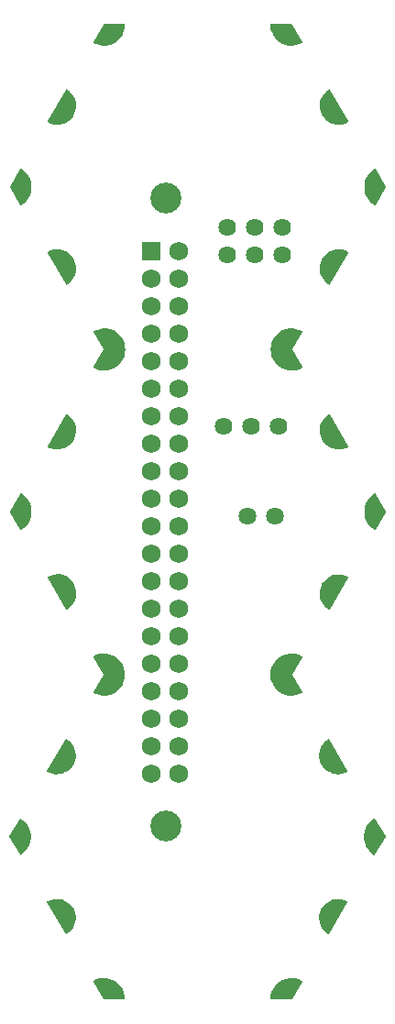
<source format=gbr>
G04 EAGLE Gerber RS-274X export*
G75*
%MOMM*%
%FSLAX34Y34*%
%LPD*%
%INSoldermask Top*%
%IPPOS*%
%AMOC8*
5,1,8,0,0,1.08239X$1,22.5*%
G01*
%ADD10C,2.851600*%
%ADD11R,1.751600X1.751600*%
%ADD12C,1.751600*%
%ADD13C,1.101600*%
%ADD14C,1.625600*%
%ADD15C,1.631600*%

G36*
X87369Y130967D02*
X87369Y130967D01*
X87416Y130965D01*
X90454Y131330D01*
X90486Y131341D01*
X90532Y131346D01*
X93472Y132194D01*
X93502Y132210D01*
X93548Y132222D01*
X96314Y133531D01*
X96336Y133548D01*
X96363Y133558D01*
X96415Y133607D01*
X96473Y133650D01*
X96487Y133675D01*
X96508Y133694D01*
X96537Y133760D01*
X96573Y133822D01*
X96576Y133850D01*
X96588Y133876D01*
X96589Y133948D01*
X96598Y134019D01*
X96590Y134046D01*
X96591Y134075D01*
X96555Y134170D01*
X96544Y134210D01*
X96537Y134219D01*
X96533Y134231D01*
X87176Y150482D01*
X96533Y166733D01*
X96542Y166760D01*
X96558Y166784D01*
X96573Y166854D01*
X96596Y166922D01*
X96593Y166950D01*
X96599Y166978D01*
X96586Y167049D01*
X96580Y167120D01*
X96567Y167145D01*
X96561Y167173D01*
X96521Y167233D01*
X96488Y167296D01*
X96466Y167314D01*
X96450Y167338D01*
X96367Y167396D01*
X96335Y167423D01*
X96324Y167426D01*
X96314Y167433D01*
X93548Y168742D01*
X93515Y168750D01*
X93472Y168770D01*
X90532Y169618D01*
X90498Y169621D01*
X90454Y169634D01*
X87416Y169999D01*
X87382Y169996D01*
X87335Y170002D01*
X84278Y169875D01*
X84245Y169867D01*
X84198Y169866D01*
X81201Y169250D01*
X81170Y169237D01*
X81124Y169228D01*
X78264Y168139D01*
X78236Y168121D01*
X78192Y168105D01*
X75544Y166571D01*
X75518Y166549D01*
X75478Y166526D01*
X73110Y164588D01*
X73088Y164561D01*
X73052Y164532D01*
X71025Y162239D01*
X71009Y162210D01*
X70977Y162175D01*
X69345Y159587D01*
X69333Y159555D01*
X69308Y159516D01*
X68112Y156699D01*
X68105Y156666D01*
X68102Y156659D01*
X68098Y156653D01*
X68097Y156647D01*
X68086Y156623D01*
X67358Y153651D01*
X67356Y153617D01*
X67345Y153572D01*
X67102Y150522D01*
X67106Y150493D01*
X67101Y150465D01*
X67103Y150455D01*
X67102Y150442D01*
X67345Y147392D01*
X67354Y147360D01*
X67358Y147313D01*
X68086Y144341D01*
X68101Y144310D01*
X68112Y144265D01*
X69308Y141448D01*
X69327Y141420D01*
X69345Y141377D01*
X70977Y138789D01*
X71001Y138765D01*
X71025Y138725D01*
X73052Y136432D01*
X73079Y136412D01*
X73110Y136376D01*
X75478Y134438D01*
X75508Y134422D01*
X75544Y134393D01*
X78192Y132860D01*
X78224Y132849D01*
X78264Y132825D01*
X81124Y131737D01*
X81157Y131731D01*
X81201Y131714D01*
X84198Y131098D01*
X84232Y131098D01*
X84278Y131089D01*
X87335Y130962D01*
X87369Y130967D01*
G37*
G36*
X87115Y-169261D02*
X87115Y-169261D01*
X87162Y-169263D01*
X90200Y-168898D01*
X90232Y-168887D01*
X90278Y-168882D01*
X93218Y-168034D01*
X93248Y-168018D01*
X93294Y-168006D01*
X96060Y-166697D01*
X96082Y-166680D01*
X96109Y-166670D01*
X96161Y-166621D01*
X96219Y-166578D01*
X96233Y-166553D01*
X96254Y-166534D01*
X96283Y-166468D01*
X96319Y-166406D01*
X96322Y-166378D01*
X96334Y-166352D01*
X96335Y-166280D01*
X96344Y-166209D01*
X96336Y-166182D01*
X96337Y-166153D01*
X96301Y-166058D01*
X96290Y-166018D01*
X96283Y-166009D01*
X96279Y-165997D01*
X86922Y-149746D01*
X96279Y-133495D01*
X96288Y-133468D01*
X96304Y-133444D01*
X96319Y-133374D01*
X96342Y-133306D01*
X96339Y-133278D01*
X96345Y-133250D01*
X96332Y-133180D01*
X96326Y-133108D01*
X96313Y-133083D01*
X96307Y-133055D01*
X96267Y-132995D01*
X96234Y-132932D01*
X96212Y-132914D01*
X96196Y-132890D01*
X96113Y-132832D01*
X96081Y-132805D01*
X96070Y-132802D01*
X96060Y-132795D01*
X93294Y-131486D01*
X93261Y-131478D01*
X93218Y-131458D01*
X90278Y-130610D01*
X90244Y-130607D01*
X90200Y-130594D01*
X87162Y-130229D01*
X87128Y-130232D01*
X87081Y-130226D01*
X84024Y-130353D01*
X83991Y-130361D01*
X83944Y-130362D01*
X80947Y-130978D01*
X80916Y-130991D01*
X80870Y-131001D01*
X78010Y-132089D01*
X77982Y-132107D01*
X77938Y-132124D01*
X75290Y-133657D01*
X75264Y-133679D01*
X75224Y-133702D01*
X72856Y-135640D01*
X72834Y-135667D01*
X72798Y-135696D01*
X70771Y-137989D01*
X70755Y-138018D01*
X70723Y-138053D01*
X69091Y-140641D01*
X69079Y-140673D01*
X69054Y-140712D01*
X67858Y-143529D01*
X67851Y-143562D01*
X67848Y-143569D01*
X67844Y-143575D01*
X67843Y-143581D01*
X67832Y-143605D01*
X67104Y-146577D01*
X67102Y-146611D01*
X67091Y-146656D01*
X66848Y-149706D01*
X66852Y-149735D01*
X66847Y-149763D01*
X66849Y-149773D01*
X66848Y-149786D01*
X67091Y-152836D01*
X67100Y-152868D01*
X67104Y-152915D01*
X67832Y-155887D01*
X67847Y-155918D01*
X67858Y-155963D01*
X69054Y-158780D01*
X69073Y-158808D01*
X69091Y-158851D01*
X70723Y-161439D01*
X70747Y-161463D01*
X70771Y-161503D01*
X72798Y-163796D01*
X72825Y-163816D01*
X72856Y-163852D01*
X75224Y-165790D01*
X75254Y-165806D01*
X75290Y-165835D01*
X77938Y-167369D01*
X77970Y-167379D01*
X78010Y-167403D01*
X80870Y-168492D01*
X80903Y-168497D01*
X80947Y-168514D01*
X83944Y-169130D01*
X83978Y-169130D01*
X84024Y-169139D01*
X87081Y-169266D01*
X87115Y-169261D01*
G37*
G36*
X-84278Y131089D02*
X-84278Y131089D01*
X-84245Y131097D01*
X-84198Y131098D01*
X-81201Y131714D01*
X-81170Y131727D01*
X-81124Y131737D01*
X-78264Y132825D01*
X-78236Y132843D01*
X-78192Y132860D01*
X-75544Y134393D01*
X-75518Y134415D01*
X-75478Y134438D01*
X-73110Y136376D01*
X-73088Y136403D01*
X-73052Y136432D01*
X-71025Y138725D01*
X-71009Y138754D01*
X-70977Y138789D01*
X-69345Y141377D01*
X-69333Y141409D01*
X-69308Y141448D01*
X-68112Y144265D01*
X-68105Y144298D01*
X-68086Y144341D01*
X-67358Y147313D01*
X-67356Y147347D01*
X-67345Y147392D01*
X-67102Y150442D01*
X-67106Y150471D01*
X-67101Y150499D01*
X-67103Y150509D01*
X-67102Y150522D01*
X-67345Y153572D01*
X-67354Y153604D01*
X-67358Y153651D01*
X-68086Y156623D01*
X-68101Y156654D01*
X-68112Y156699D01*
X-69308Y159516D01*
X-69327Y159544D01*
X-69345Y159587D01*
X-70977Y162175D01*
X-71001Y162199D01*
X-71025Y162239D01*
X-73052Y164532D01*
X-73079Y164552D01*
X-73110Y164588D01*
X-75478Y166526D01*
X-75508Y166542D01*
X-75544Y166571D01*
X-78192Y168105D01*
X-78224Y168115D01*
X-78264Y168139D01*
X-81124Y169228D01*
X-81157Y169233D01*
X-81201Y169250D01*
X-84198Y169866D01*
X-84232Y169866D01*
X-84278Y169875D01*
X-87335Y170002D01*
X-87369Y169997D01*
X-87416Y169999D01*
X-90454Y169634D01*
X-90486Y169623D01*
X-90532Y169618D01*
X-93472Y168770D01*
X-93502Y168754D01*
X-93548Y168742D01*
X-96314Y167433D01*
X-96336Y167416D01*
X-96363Y167406D01*
X-96415Y167357D01*
X-96473Y167314D01*
X-96487Y167289D01*
X-96508Y167270D01*
X-96537Y167204D01*
X-96573Y167142D01*
X-96576Y167114D01*
X-96588Y167088D01*
X-96589Y167016D01*
X-96598Y166945D01*
X-96590Y166918D01*
X-96591Y166889D01*
X-96555Y166794D01*
X-96544Y166754D01*
X-96537Y166745D01*
X-96533Y166733D01*
X-87176Y150482D01*
X-96533Y134231D01*
X-96542Y134204D01*
X-96558Y134180D01*
X-96573Y134110D01*
X-96596Y134042D01*
X-96593Y134014D01*
X-96599Y133986D01*
X-96586Y133916D01*
X-96580Y133844D01*
X-96567Y133819D01*
X-96561Y133791D01*
X-96521Y133731D01*
X-96488Y133668D01*
X-96466Y133650D01*
X-96450Y133626D01*
X-96367Y133568D01*
X-96335Y133541D01*
X-96324Y133538D01*
X-96314Y133531D01*
X-93548Y132222D01*
X-93515Y132214D01*
X-93472Y132194D01*
X-90532Y131346D01*
X-90498Y131343D01*
X-90454Y131330D01*
X-87416Y130965D01*
X-87382Y130968D01*
X-87335Y130962D01*
X-84278Y131089D01*
G37*
G36*
X-84532Y-169139D02*
X-84532Y-169139D01*
X-84499Y-169131D01*
X-84452Y-169130D01*
X-81455Y-168514D01*
X-81424Y-168501D01*
X-81378Y-168492D01*
X-78518Y-167403D01*
X-78490Y-167385D01*
X-78446Y-167369D01*
X-75798Y-165835D01*
X-75772Y-165813D01*
X-75732Y-165790D01*
X-73364Y-163852D01*
X-73342Y-163825D01*
X-73306Y-163796D01*
X-71279Y-161503D01*
X-71263Y-161474D01*
X-71231Y-161439D01*
X-69599Y-158851D01*
X-69587Y-158819D01*
X-69562Y-158780D01*
X-68366Y-155963D01*
X-68359Y-155930D01*
X-68340Y-155887D01*
X-67612Y-152915D01*
X-67610Y-152881D01*
X-67599Y-152836D01*
X-67356Y-149786D01*
X-67360Y-149757D01*
X-67355Y-149729D01*
X-67357Y-149719D01*
X-67356Y-149706D01*
X-67599Y-146656D01*
X-67608Y-146624D01*
X-67612Y-146577D01*
X-68340Y-143605D01*
X-68355Y-143574D01*
X-68366Y-143529D01*
X-69562Y-140712D01*
X-69581Y-140684D01*
X-69599Y-140641D01*
X-71231Y-138053D01*
X-71255Y-138029D01*
X-71279Y-137989D01*
X-73306Y-135696D01*
X-73333Y-135676D01*
X-73364Y-135640D01*
X-75732Y-133702D01*
X-75762Y-133686D01*
X-75798Y-133657D01*
X-78446Y-132124D01*
X-78478Y-132113D01*
X-78518Y-132089D01*
X-81378Y-131001D01*
X-81411Y-130995D01*
X-81455Y-130978D01*
X-84452Y-130362D01*
X-84486Y-130362D01*
X-84532Y-130353D01*
X-87589Y-130226D01*
X-87623Y-130231D01*
X-87670Y-130229D01*
X-90708Y-130594D01*
X-90740Y-130605D01*
X-90786Y-130610D01*
X-93726Y-131458D01*
X-93756Y-131474D01*
X-93802Y-131486D01*
X-96568Y-132795D01*
X-96590Y-132812D01*
X-96617Y-132822D01*
X-96669Y-132871D01*
X-96727Y-132914D01*
X-96741Y-132939D01*
X-96762Y-132958D01*
X-96791Y-133024D01*
X-96827Y-133086D01*
X-96830Y-133114D01*
X-96842Y-133140D01*
X-96843Y-133212D01*
X-96852Y-133283D01*
X-96844Y-133310D01*
X-96845Y-133339D01*
X-96809Y-133434D01*
X-96798Y-133474D01*
X-96791Y-133483D01*
X-96787Y-133495D01*
X-87430Y-149746D01*
X-96787Y-165997D01*
X-96796Y-166024D01*
X-96812Y-166048D01*
X-96827Y-166118D01*
X-96850Y-166186D01*
X-96847Y-166214D01*
X-96853Y-166242D01*
X-96840Y-166313D01*
X-96834Y-166384D01*
X-96821Y-166409D01*
X-96815Y-166437D01*
X-96775Y-166497D01*
X-96742Y-166560D01*
X-96720Y-166578D01*
X-96704Y-166602D01*
X-96621Y-166660D01*
X-96589Y-166687D01*
X-96578Y-166690D01*
X-96568Y-166697D01*
X-93802Y-168006D01*
X-93769Y-168014D01*
X-93726Y-168034D01*
X-90786Y-168882D01*
X-90752Y-168885D01*
X-90708Y-168898D01*
X-87670Y-169263D01*
X-87636Y-169260D01*
X-87589Y-169266D01*
X-84532Y-169139D01*
G37*
G36*
X-121393Y210292D02*
X-121393Y210292D01*
X-121322Y210289D01*
X-121295Y210299D01*
X-121266Y210301D01*
X-121176Y210343D01*
X-121136Y210358D01*
X-121128Y210366D01*
X-121115Y210372D01*
X-118812Y211971D01*
X-118788Y211997D01*
X-118748Y212024D01*
X-116739Y213981D01*
X-116720Y214010D01*
X-116685Y214043D01*
X-115026Y216304D01*
X-115011Y216335D01*
X-114982Y216374D01*
X-113718Y218877D01*
X-113709Y218911D01*
X-113687Y218954D01*
X-112851Y221631D01*
X-112848Y221665D01*
X-112833Y221711D01*
X-112450Y224490D01*
X-112452Y224524D01*
X-112446Y224572D01*
X-112525Y227375D01*
X-112533Y227409D01*
X-112534Y227457D01*
X-113073Y230209D01*
X-113087Y230241D01*
X-113096Y230289D01*
X-114081Y232914D01*
X-114096Y232939D01*
X-114101Y232959D01*
X-114109Y232970D01*
X-114116Y232989D01*
X-115520Y235417D01*
X-115543Y235443D01*
X-115567Y235485D01*
X-117351Y237648D01*
X-117378Y237670D01*
X-117409Y237707D01*
X-119525Y239548D01*
X-119555Y239565D01*
X-119591Y239597D01*
X-121982Y241064D01*
X-122014Y241075D01*
X-122055Y241101D01*
X-124654Y242154D01*
X-124688Y242161D01*
X-124733Y242179D01*
X-127470Y242790D01*
X-127505Y242791D01*
X-127552Y242802D01*
X-130352Y242954D01*
X-130386Y242949D01*
X-130434Y242952D01*
X-133222Y242642D01*
X-133255Y242631D01*
X-133303Y242626D01*
X-136001Y241861D01*
X-136031Y241845D01*
X-136078Y241832D01*
X-138613Y240633D01*
X-138637Y240616D01*
X-138664Y240606D01*
X-138716Y240557D01*
X-138773Y240514D01*
X-138787Y240489D01*
X-138809Y240469D01*
X-138837Y240404D01*
X-138873Y240343D01*
X-138876Y240314D01*
X-138888Y240287D01*
X-138889Y240216D01*
X-138898Y240145D01*
X-138890Y240117D01*
X-138890Y240088D01*
X-138856Y239995D01*
X-138844Y239954D01*
X-138837Y239945D01*
X-138832Y239932D01*
X-121832Y210532D01*
X-121813Y210510D01*
X-121800Y210484D01*
X-121747Y210436D01*
X-121700Y210383D01*
X-121674Y210371D01*
X-121652Y210351D01*
X-121585Y210328D01*
X-121521Y210298D01*
X-121492Y210296D01*
X-121464Y210287D01*
X-121393Y210292D01*
G37*
G36*
X-121393Y-89682D02*
X-121393Y-89682D01*
X-121322Y-89685D01*
X-121295Y-89675D01*
X-121266Y-89673D01*
X-121176Y-89631D01*
X-121136Y-89616D01*
X-121128Y-89608D01*
X-121115Y-89602D01*
X-118812Y-88003D01*
X-118788Y-87978D01*
X-118748Y-87950D01*
X-116739Y-85993D01*
X-116720Y-85964D01*
X-116685Y-85931D01*
X-115026Y-83670D01*
X-115011Y-83639D01*
X-114982Y-83600D01*
X-113718Y-81097D01*
X-113709Y-81063D01*
X-113687Y-81020D01*
X-112851Y-78343D01*
X-112848Y-78309D01*
X-112833Y-78263D01*
X-112450Y-75484D01*
X-112452Y-75450D01*
X-112446Y-75402D01*
X-112525Y-72599D01*
X-112533Y-72565D01*
X-112534Y-72517D01*
X-113073Y-69765D01*
X-113087Y-69733D01*
X-113096Y-69685D01*
X-114081Y-67060D01*
X-114096Y-67035D01*
X-114101Y-67015D01*
X-114109Y-67005D01*
X-114116Y-66985D01*
X-115520Y-64557D01*
X-115543Y-64531D01*
X-115567Y-64490D01*
X-117351Y-62326D01*
X-117378Y-62304D01*
X-117409Y-62267D01*
X-119525Y-60426D01*
X-119555Y-60409D01*
X-119591Y-60378D01*
X-121982Y-58910D01*
X-122014Y-58899D01*
X-122055Y-58873D01*
X-124654Y-57820D01*
X-124688Y-57813D01*
X-124733Y-57795D01*
X-127470Y-57184D01*
X-127505Y-57183D01*
X-127552Y-57172D01*
X-130352Y-57020D01*
X-130386Y-57025D01*
X-130434Y-57022D01*
X-133222Y-57332D01*
X-133255Y-57343D01*
X-133303Y-57348D01*
X-136001Y-58113D01*
X-136031Y-58129D01*
X-136078Y-58142D01*
X-138613Y-59341D01*
X-138637Y-59358D01*
X-138664Y-59368D01*
X-138716Y-59417D01*
X-138773Y-59460D01*
X-138787Y-59485D01*
X-138809Y-59505D01*
X-138837Y-59570D01*
X-138873Y-59632D01*
X-138876Y-59660D01*
X-138888Y-59687D01*
X-138889Y-59758D01*
X-138898Y-59829D01*
X-138890Y-59857D01*
X-138890Y-59886D01*
X-138856Y-59979D01*
X-138844Y-60020D01*
X-138837Y-60029D01*
X-138832Y-60042D01*
X-121832Y-89442D01*
X-121813Y-89464D01*
X-121800Y-89490D01*
X-121747Y-89538D01*
X-121700Y-89591D01*
X-121674Y-89603D01*
X-121652Y-89623D01*
X-121585Y-89646D01*
X-121521Y-89676D01*
X-121492Y-89678D01*
X-121464Y-89687D01*
X-121393Y-89682D01*
G37*
G36*
X-121901Y-389656D02*
X-121901Y-389656D01*
X-121830Y-389659D01*
X-121803Y-389649D01*
X-121774Y-389647D01*
X-121684Y-389605D01*
X-121644Y-389590D01*
X-121636Y-389582D01*
X-121623Y-389576D01*
X-119320Y-387977D01*
X-119296Y-387952D01*
X-119256Y-387924D01*
X-117247Y-385967D01*
X-117228Y-385938D01*
X-117193Y-385905D01*
X-115534Y-383644D01*
X-115519Y-383613D01*
X-115490Y-383574D01*
X-114226Y-381071D01*
X-114217Y-381037D01*
X-114195Y-380994D01*
X-113359Y-378317D01*
X-113356Y-378283D01*
X-113341Y-378237D01*
X-112958Y-375458D01*
X-112960Y-375424D01*
X-112954Y-375376D01*
X-113033Y-372573D01*
X-113041Y-372539D01*
X-113042Y-372491D01*
X-113581Y-369739D01*
X-113595Y-369707D01*
X-113604Y-369659D01*
X-114589Y-367034D01*
X-114604Y-367009D01*
X-114609Y-366989D01*
X-114617Y-366979D01*
X-114624Y-366959D01*
X-116028Y-364531D01*
X-116051Y-364505D01*
X-116075Y-364464D01*
X-117859Y-362300D01*
X-117886Y-362278D01*
X-117917Y-362241D01*
X-120033Y-360400D01*
X-120063Y-360383D01*
X-120099Y-360352D01*
X-122490Y-358884D01*
X-122522Y-358873D01*
X-122563Y-358847D01*
X-125162Y-357794D01*
X-125196Y-357787D01*
X-125241Y-357769D01*
X-127978Y-357158D01*
X-128013Y-357157D01*
X-128060Y-357146D01*
X-130860Y-356994D01*
X-130894Y-356999D01*
X-130942Y-356996D01*
X-133730Y-357306D01*
X-133763Y-357317D01*
X-133811Y-357322D01*
X-136509Y-358087D01*
X-136539Y-358103D01*
X-136586Y-358116D01*
X-139121Y-359315D01*
X-139145Y-359332D01*
X-139172Y-359342D01*
X-139224Y-359391D01*
X-139281Y-359434D01*
X-139295Y-359459D01*
X-139317Y-359479D01*
X-139345Y-359544D01*
X-139381Y-359606D01*
X-139384Y-359634D01*
X-139396Y-359661D01*
X-139397Y-359732D01*
X-139406Y-359803D01*
X-139398Y-359831D01*
X-139398Y-359860D01*
X-139364Y-359953D01*
X-139352Y-359994D01*
X-139345Y-360003D01*
X-139340Y-360016D01*
X-122340Y-389416D01*
X-122321Y-389438D01*
X-122308Y-389464D01*
X-122255Y-389512D01*
X-122208Y-389565D01*
X-122182Y-389577D01*
X-122160Y-389597D01*
X-122093Y-389620D01*
X-122029Y-389650D01*
X-122000Y-389652D01*
X-121972Y-389661D01*
X-121901Y-389656D01*
G37*
G36*
X130386Y358015D02*
X130386Y358015D01*
X130434Y358012D01*
X133222Y358322D01*
X133255Y358333D01*
X133303Y358338D01*
X136001Y359103D01*
X136031Y359119D01*
X136078Y359132D01*
X138613Y360331D01*
X138637Y360348D01*
X138664Y360358D01*
X138716Y360407D01*
X138773Y360450D01*
X138787Y360475D01*
X138809Y360495D01*
X138837Y360560D01*
X138873Y360622D01*
X138876Y360650D01*
X138888Y360677D01*
X138889Y360748D01*
X138898Y360819D01*
X138890Y360847D01*
X138890Y360876D01*
X138856Y360969D01*
X138844Y361010D01*
X138837Y361019D01*
X138832Y361032D01*
X121832Y390432D01*
X121813Y390454D01*
X121800Y390480D01*
X121747Y390528D01*
X121700Y390581D01*
X121674Y390593D01*
X121652Y390613D01*
X121585Y390636D01*
X121521Y390666D01*
X121492Y390668D01*
X121464Y390677D01*
X121393Y390672D01*
X121322Y390675D01*
X121295Y390665D01*
X121266Y390663D01*
X121176Y390621D01*
X121136Y390606D01*
X121128Y390598D01*
X121115Y390592D01*
X118812Y388993D01*
X118788Y388968D01*
X118748Y388940D01*
X116739Y386983D01*
X116720Y386954D01*
X116685Y386921D01*
X115026Y384660D01*
X115011Y384629D01*
X114982Y384590D01*
X113718Y382087D01*
X113709Y382053D01*
X113687Y382010D01*
X112851Y379333D01*
X112848Y379299D01*
X112833Y379253D01*
X112450Y376474D01*
X112452Y376440D01*
X112446Y376392D01*
X112525Y373589D01*
X112533Y373555D01*
X112534Y373507D01*
X113073Y370755D01*
X113087Y370723D01*
X113096Y370675D01*
X114081Y368050D01*
X114099Y368020D01*
X114116Y367975D01*
X115520Y365547D01*
X115543Y365521D01*
X115567Y365480D01*
X117351Y363316D01*
X117378Y363294D01*
X117409Y363257D01*
X119525Y361416D01*
X119555Y361399D01*
X119591Y361368D01*
X121982Y359900D01*
X122014Y359889D01*
X122055Y359863D01*
X124654Y358810D01*
X124688Y358803D01*
X124733Y358785D01*
X127470Y358174D01*
X127505Y358173D01*
X127552Y358162D01*
X130352Y358010D01*
X130386Y358015D01*
G37*
G36*
X130386Y58015D02*
X130386Y58015D01*
X130434Y58012D01*
X133222Y58322D01*
X133255Y58333D01*
X133303Y58338D01*
X136001Y59103D01*
X136031Y59119D01*
X136078Y59132D01*
X138613Y60331D01*
X138637Y60348D01*
X138664Y60358D01*
X138716Y60407D01*
X138773Y60450D01*
X138787Y60475D01*
X138809Y60495D01*
X138837Y60560D01*
X138873Y60622D01*
X138876Y60650D01*
X138888Y60677D01*
X138889Y60748D01*
X138898Y60819D01*
X138890Y60847D01*
X138890Y60876D01*
X138856Y60969D01*
X138844Y61010D01*
X138837Y61019D01*
X138832Y61032D01*
X121832Y90432D01*
X121813Y90454D01*
X121800Y90480D01*
X121747Y90528D01*
X121700Y90581D01*
X121674Y90593D01*
X121652Y90613D01*
X121585Y90636D01*
X121521Y90666D01*
X121492Y90668D01*
X121464Y90677D01*
X121393Y90672D01*
X121322Y90675D01*
X121295Y90665D01*
X121266Y90663D01*
X121176Y90621D01*
X121136Y90606D01*
X121128Y90598D01*
X121115Y90592D01*
X118812Y88993D01*
X118788Y88968D01*
X118748Y88940D01*
X116739Y86983D01*
X116720Y86954D01*
X116685Y86921D01*
X115026Y84660D01*
X115011Y84629D01*
X114982Y84590D01*
X113718Y82087D01*
X113709Y82053D01*
X113687Y82010D01*
X112851Y79333D01*
X112848Y79299D01*
X112833Y79253D01*
X112450Y76474D01*
X112452Y76440D01*
X112446Y76392D01*
X112525Y73589D01*
X112533Y73555D01*
X112534Y73507D01*
X113073Y70755D01*
X113087Y70723D01*
X113096Y70675D01*
X114081Y68050D01*
X114099Y68020D01*
X114116Y67975D01*
X115520Y65547D01*
X115543Y65521D01*
X115567Y65480D01*
X117351Y63316D01*
X117378Y63294D01*
X117409Y63257D01*
X119525Y61416D01*
X119555Y61399D01*
X119591Y61368D01*
X121982Y59900D01*
X122014Y59889D01*
X122055Y59863D01*
X124654Y58810D01*
X124688Y58803D01*
X124733Y58785D01*
X127470Y58174D01*
X127505Y58173D01*
X127552Y58162D01*
X130352Y58010D01*
X130386Y58015D01*
G37*
G36*
X129878Y-241933D02*
X129878Y-241933D01*
X129926Y-241936D01*
X132714Y-241626D01*
X132747Y-241615D01*
X132795Y-241610D01*
X135493Y-240845D01*
X135523Y-240829D01*
X135570Y-240816D01*
X138105Y-239617D01*
X138129Y-239600D01*
X138156Y-239590D01*
X138208Y-239541D01*
X138265Y-239498D01*
X138279Y-239473D01*
X138301Y-239453D01*
X138329Y-239388D01*
X138365Y-239327D01*
X138368Y-239298D01*
X138380Y-239271D01*
X138381Y-239200D01*
X138390Y-239129D01*
X138382Y-239101D01*
X138382Y-239072D01*
X138348Y-238979D01*
X138336Y-238938D01*
X138329Y-238929D01*
X138324Y-238916D01*
X121324Y-209516D01*
X121305Y-209494D01*
X121292Y-209468D01*
X121239Y-209420D01*
X121192Y-209367D01*
X121166Y-209355D01*
X121144Y-209335D01*
X121077Y-209312D01*
X121013Y-209282D01*
X120984Y-209280D01*
X120956Y-209271D01*
X120885Y-209276D01*
X120814Y-209273D01*
X120787Y-209283D01*
X120758Y-209285D01*
X120668Y-209327D01*
X120628Y-209342D01*
X120620Y-209350D01*
X120607Y-209356D01*
X118304Y-210955D01*
X118280Y-210981D01*
X118240Y-211008D01*
X116231Y-212965D01*
X116212Y-212994D01*
X116177Y-213027D01*
X114518Y-215288D01*
X114503Y-215319D01*
X114474Y-215358D01*
X113210Y-217861D01*
X113201Y-217895D01*
X113179Y-217938D01*
X112343Y-220615D01*
X112340Y-220649D01*
X112325Y-220695D01*
X111942Y-223474D01*
X111944Y-223508D01*
X111938Y-223556D01*
X112017Y-226359D01*
X112025Y-226393D01*
X112026Y-226441D01*
X112565Y-229193D01*
X112579Y-229225D01*
X112588Y-229273D01*
X113573Y-231898D01*
X113591Y-231928D01*
X113608Y-231973D01*
X115012Y-234401D01*
X115035Y-234427D01*
X115059Y-234469D01*
X116843Y-236632D01*
X116870Y-236654D01*
X116901Y-236691D01*
X119017Y-238532D01*
X119047Y-238549D01*
X119083Y-238581D01*
X121474Y-240048D01*
X121506Y-240059D01*
X121547Y-240085D01*
X124146Y-241138D01*
X124180Y-241145D01*
X124225Y-241163D01*
X126962Y-241774D01*
X126997Y-241775D01*
X127044Y-241786D01*
X129844Y-241938D01*
X129878Y-241933D01*
G37*
G36*
X120918Y-389655D02*
X120918Y-389655D01*
X120989Y-389656D01*
X121016Y-389645D01*
X121045Y-389641D01*
X121107Y-389607D01*
X121172Y-389579D01*
X121193Y-389558D01*
X121218Y-389544D01*
X121281Y-389468D01*
X121311Y-389437D01*
X121315Y-389427D01*
X121324Y-389416D01*
X138324Y-360016D01*
X138333Y-359988D01*
X138350Y-359964D01*
X138365Y-359895D01*
X138387Y-359827D01*
X138385Y-359798D01*
X138391Y-359770D01*
X138378Y-359700D01*
X138372Y-359629D01*
X138359Y-359603D01*
X138353Y-359575D01*
X138313Y-359516D01*
X138281Y-359453D01*
X138258Y-359434D01*
X138242Y-359410D01*
X138160Y-359353D01*
X138127Y-359326D01*
X138117Y-359323D01*
X138105Y-359315D01*
X135570Y-358116D01*
X135536Y-358108D01*
X135493Y-358087D01*
X132795Y-357322D01*
X132760Y-357320D01*
X132714Y-357306D01*
X129926Y-356996D01*
X129892Y-356999D01*
X129844Y-356994D01*
X127044Y-357146D01*
X127010Y-357155D01*
X126962Y-357158D01*
X124225Y-357769D01*
X124193Y-357783D01*
X124146Y-357794D01*
X121547Y-358847D01*
X121518Y-358866D01*
X121474Y-358884D01*
X119083Y-360352D01*
X119058Y-360375D01*
X119017Y-360400D01*
X116901Y-362241D01*
X116880Y-362268D01*
X116843Y-362300D01*
X115059Y-364464D01*
X115043Y-364494D01*
X115012Y-364531D01*
X113608Y-366959D01*
X113597Y-366992D01*
X113590Y-367004D01*
X113580Y-367019D01*
X113580Y-367022D01*
X113573Y-367034D01*
X112588Y-369659D01*
X112582Y-369694D01*
X112565Y-369739D01*
X112026Y-372491D01*
X112026Y-372526D01*
X112017Y-372573D01*
X111938Y-375376D01*
X111944Y-375410D01*
X111942Y-375458D01*
X112325Y-378237D01*
X112337Y-378269D01*
X112343Y-378317D01*
X113179Y-380994D01*
X113196Y-381025D01*
X113210Y-381071D01*
X114474Y-383574D01*
X114496Y-383601D01*
X114518Y-383644D01*
X116177Y-385905D01*
X116203Y-385928D01*
X116231Y-385967D01*
X118240Y-387924D01*
X118269Y-387943D01*
X118304Y-387977D01*
X120607Y-389576D01*
X120634Y-389588D01*
X120657Y-389606D01*
X120725Y-389627D01*
X120790Y-389655D01*
X120819Y-389655D01*
X120847Y-389663D01*
X120918Y-389655D01*
G37*
G36*
X121426Y210293D02*
X121426Y210293D01*
X121497Y210292D01*
X121524Y210303D01*
X121553Y210307D01*
X121615Y210341D01*
X121680Y210369D01*
X121701Y210390D01*
X121726Y210404D01*
X121789Y210480D01*
X121819Y210511D01*
X121823Y210521D01*
X121832Y210532D01*
X138832Y239932D01*
X138841Y239960D01*
X138858Y239984D01*
X138873Y240053D01*
X138895Y240121D01*
X138893Y240150D01*
X138899Y240178D01*
X138886Y240248D01*
X138880Y240319D01*
X138867Y240345D01*
X138861Y240373D01*
X138821Y240432D01*
X138789Y240495D01*
X138766Y240514D01*
X138750Y240538D01*
X138668Y240595D01*
X138635Y240622D01*
X138625Y240625D01*
X138613Y240633D01*
X136078Y241832D01*
X136044Y241840D01*
X136001Y241861D01*
X133303Y242626D01*
X133268Y242628D01*
X133222Y242642D01*
X130434Y242952D01*
X130400Y242949D01*
X130352Y242954D01*
X127552Y242802D01*
X127518Y242793D01*
X127470Y242790D01*
X124733Y242179D01*
X124701Y242165D01*
X124654Y242154D01*
X122055Y241101D01*
X122026Y241082D01*
X121982Y241064D01*
X119591Y239597D01*
X119566Y239573D01*
X119525Y239548D01*
X117409Y237707D01*
X117388Y237680D01*
X117351Y237648D01*
X115567Y235485D01*
X115551Y235454D01*
X115520Y235417D01*
X114116Y232989D01*
X114105Y232956D01*
X114098Y232943D01*
X114088Y232929D01*
X114088Y232926D01*
X114081Y232914D01*
X113096Y230289D01*
X113090Y230254D01*
X113073Y230209D01*
X112534Y227457D01*
X112534Y227423D01*
X112525Y227375D01*
X112446Y224572D01*
X112452Y224538D01*
X112450Y224490D01*
X112833Y221711D01*
X112845Y221679D01*
X112851Y221631D01*
X113687Y218954D01*
X113704Y218923D01*
X113718Y218877D01*
X114982Y216374D01*
X115004Y216347D01*
X115026Y216304D01*
X116685Y214043D01*
X116711Y214020D01*
X116739Y213981D01*
X118748Y212024D01*
X118777Y212005D01*
X118812Y211971D01*
X121115Y210372D01*
X121142Y210360D01*
X121165Y210342D01*
X121233Y210321D01*
X121298Y210293D01*
X121327Y210293D01*
X121355Y210285D01*
X121426Y210293D01*
G37*
G36*
X121426Y-89935D02*
X121426Y-89935D01*
X121497Y-89936D01*
X121524Y-89925D01*
X121553Y-89921D01*
X121615Y-89887D01*
X121680Y-89859D01*
X121701Y-89838D01*
X121726Y-89824D01*
X121789Y-89748D01*
X121819Y-89717D01*
X121823Y-89707D01*
X121832Y-89696D01*
X138832Y-60296D01*
X138841Y-60268D01*
X138858Y-60244D01*
X138873Y-60175D01*
X138895Y-60107D01*
X138893Y-60078D01*
X138899Y-60050D01*
X138886Y-59980D01*
X138880Y-59909D01*
X138867Y-59883D01*
X138861Y-59855D01*
X138821Y-59796D01*
X138789Y-59733D01*
X138766Y-59714D01*
X138750Y-59690D01*
X138668Y-59633D01*
X138635Y-59606D01*
X138625Y-59603D01*
X138613Y-59595D01*
X136078Y-58396D01*
X136044Y-58388D01*
X136001Y-58367D01*
X133303Y-57602D01*
X133268Y-57600D01*
X133222Y-57586D01*
X130434Y-57276D01*
X130400Y-57279D01*
X130352Y-57274D01*
X127552Y-57426D01*
X127518Y-57435D01*
X127470Y-57438D01*
X124733Y-58049D01*
X124701Y-58063D01*
X124654Y-58074D01*
X122055Y-59127D01*
X122026Y-59146D01*
X121982Y-59164D01*
X119591Y-60632D01*
X119566Y-60655D01*
X119525Y-60680D01*
X117409Y-62521D01*
X117388Y-62548D01*
X117351Y-62580D01*
X115567Y-64744D01*
X115551Y-64774D01*
X115520Y-64811D01*
X114116Y-67239D01*
X114105Y-67272D01*
X114098Y-67285D01*
X114088Y-67299D01*
X114088Y-67302D01*
X114081Y-67314D01*
X113096Y-69939D01*
X113090Y-69974D01*
X113073Y-70019D01*
X112534Y-72771D01*
X112534Y-72806D01*
X112525Y-72853D01*
X112446Y-75656D01*
X112452Y-75690D01*
X112450Y-75738D01*
X112833Y-78517D01*
X112845Y-78549D01*
X112851Y-78597D01*
X113687Y-81274D01*
X113704Y-81305D01*
X113718Y-81351D01*
X114982Y-83854D01*
X115004Y-83881D01*
X115026Y-83924D01*
X116685Y-86185D01*
X116711Y-86208D01*
X116739Y-86247D01*
X118748Y-88204D01*
X118777Y-88223D01*
X118812Y-88257D01*
X121115Y-89856D01*
X121142Y-89868D01*
X121165Y-89886D01*
X121233Y-89907D01*
X121298Y-89935D01*
X121327Y-89935D01*
X121355Y-89943D01*
X121426Y-89935D01*
G37*
G36*
X-127552Y358162D02*
X-127552Y358162D01*
X-127518Y358171D01*
X-127470Y358174D01*
X-124733Y358785D01*
X-124701Y358799D01*
X-124654Y358810D01*
X-122055Y359863D01*
X-122026Y359882D01*
X-121982Y359900D01*
X-119591Y361368D01*
X-119566Y361391D01*
X-119525Y361416D01*
X-117409Y363257D01*
X-117388Y363284D01*
X-117351Y363316D01*
X-115567Y365480D01*
X-115551Y365510D01*
X-115520Y365547D01*
X-114116Y367975D01*
X-114105Y368008D01*
X-114081Y368050D01*
X-113096Y370675D01*
X-113090Y370710D01*
X-113073Y370755D01*
X-112534Y373507D01*
X-112534Y373542D01*
X-112525Y373589D01*
X-112446Y376392D01*
X-112452Y376426D01*
X-112450Y376474D01*
X-112833Y379253D01*
X-112845Y379285D01*
X-112851Y379333D01*
X-113687Y382010D01*
X-113704Y382041D01*
X-113718Y382087D01*
X-114982Y384590D01*
X-115004Y384617D01*
X-115026Y384660D01*
X-116685Y386921D01*
X-116711Y386944D01*
X-116739Y386983D01*
X-118748Y388940D01*
X-118777Y388959D01*
X-118812Y388993D01*
X-121115Y390592D01*
X-121142Y390604D01*
X-121165Y390622D01*
X-121233Y390643D01*
X-121298Y390671D01*
X-121327Y390671D01*
X-121355Y390679D01*
X-121426Y390671D01*
X-121497Y390672D01*
X-121524Y390661D01*
X-121553Y390657D01*
X-121615Y390623D01*
X-121680Y390595D01*
X-121701Y390574D01*
X-121726Y390560D01*
X-121789Y390484D01*
X-121819Y390453D01*
X-121823Y390443D01*
X-121832Y390432D01*
X-138832Y361032D01*
X-138841Y361004D01*
X-138858Y360980D01*
X-138873Y360911D01*
X-138895Y360843D01*
X-138893Y360814D01*
X-138899Y360786D01*
X-138886Y360716D01*
X-138880Y360645D01*
X-138867Y360619D01*
X-138861Y360591D01*
X-138821Y360532D01*
X-138789Y360469D01*
X-138766Y360450D01*
X-138750Y360426D01*
X-138668Y360369D01*
X-138635Y360342D01*
X-138625Y360339D01*
X-138613Y360331D01*
X-136078Y359132D01*
X-136044Y359124D01*
X-136001Y359103D01*
X-133303Y358338D01*
X-133268Y358336D01*
X-133222Y358322D01*
X-130434Y358012D01*
X-130400Y358015D01*
X-130352Y358010D01*
X-127552Y358162D01*
G37*
G36*
X-127552Y58162D02*
X-127552Y58162D01*
X-127518Y58171D01*
X-127470Y58174D01*
X-124733Y58785D01*
X-124701Y58799D01*
X-124654Y58810D01*
X-122055Y59863D01*
X-122026Y59882D01*
X-121982Y59900D01*
X-119591Y61368D01*
X-119566Y61391D01*
X-119525Y61416D01*
X-117409Y63257D01*
X-117388Y63284D01*
X-117351Y63316D01*
X-115567Y65480D01*
X-115551Y65510D01*
X-115520Y65547D01*
X-114116Y67975D01*
X-114105Y68008D01*
X-114081Y68050D01*
X-113096Y70675D01*
X-113090Y70710D01*
X-113073Y70755D01*
X-112534Y73507D01*
X-112534Y73542D01*
X-112525Y73589D01*
X-112446Y76392D01*
X-112452Y76426D01*
X-112450Y76474D01*
X-112833Y79253D01*
X-112845Y79285D01*
X-112851Y79333D01*
X-113687Y82010D01*
X-113704Y82041D01*
X-113718Y82087D01*
X-114982Y84590D01*
X-115004Y84617D01*
X-115026Y84660D01*
X-116685Y86921D01*
X-116711Y86944D01*
X-116739Y86983D01*
X-118748Y88940D01*
X-118777Y88959D01*
X-118812Y88993D01*
X-121115Y90592D01*
X-121142Y90604D01*
X-121165Y90622D01*
X-121233Y90643D01*
X-121298Y90671D01*
X-121327Y90671D01*
X-121355Y90679D01*
X-121426Y90671D01*
X-121497Y90672D01*
X-121524Y90661D01*
X-121553Y90657D01*
X-121615Y90623D01*
X-121680Y90595D01*
X-121701Y90574D01*
X-121726Y90560D01*
X-121789Y90484D01*
X-121819Y90453D01*
X-121823Y90443D01*
X-121832Y90432D01*
X-138832Y61032D01*
X-138841Y61004D01*
X-138858Y60980D01*
X-138873Y60911D01*
X-138895Y60843D01*
X-138893Y60814D01*
X-138899Y60786D01*
X-138886Y60716D01*
X-138880Y60645D01*
X-138867Y60619D01*
X-138861Y60591D01*
X-138821Y60532D01*
X-138789Y60469D01*
X-138766Y60450D01*
X-138750Y60426D01*
X-138668Y60369D01*
X-138635Y60342D01*
X-138625Y60339D01*
X-138613Y60331D01*
X-136078Y59132D01*
X-136044Y59124D01*
X-136001Y59103D01*
X-133303Y58338D01*
X-133268Y58336D01*
X-133222Y58322D01*
X-130434Y58012D01*
X-130400Y58015D01*
X-130352Y58010D01*
X-127552Y58162D01*
G37*
G36*
X-128060Y-241786D02*
X-128060Y-241786D01*
X-128026Y-241777D01*
X-127978Y-241774D01*
X-125241Y-241163D01*
X-125209Y-241149D01*
X-125162Y-241138D01*
X-122563Y-240085D01*
X-122534Y-240066D01*
X-122490Y-240048D01*
X-120099Y-238581D01*
X-120074Y-238557D01*
X-120033Y-238532D01*
X-117917Y-236691D01*
X-117896Y-236664D01*
X-117859Y-236632D01*
X-116075Y-234469D01*
X-116059Y-234438D01*
X-116028Y-234401D01*
X-114624Y-231973D01*
X-114613Y-231940D01*
X-114589Y-231898D01*
X-113604Y-229273D01*
X-113598Y-229238D01*
X-113581Y-229193D01*
X-113042Y-226441D01*
X-113042Y-226407D01*
X-113033Y-226359D01*
X-112954Y-223556D01*
X-112960Y-223522D01*
X-112958Y-223474D01*
X-113341Y-220695D01*
X-113353Y-220663D01*
X-113359Y-220615D01*
X-114195Y-217938D01*
X-114212Y-217907D01*
X-114226Y-217861D01*
X-115490Y-215358D01*
X-115512Y-215331D01*
X-115534Y-215288D01*
X-117193Y-213027D01*
X-117219Y-213004D01*
X-117247Y-212965D01*
X-119256Y-211008D01*
X-119285Y-210989D01*
X-119320Y-210955D01*
X-121623Y-209356D01*
X-121650Y-209344D01*
X-121673Y-209326D01*
X-121741Y-209305D01*
X-121806Y-209277D01*
X-121835Y-209277D01*
X-121863Y-209269D01*
X-121934Y-209277D01*
X-122005Y-209276D01*
X-122032Y-209287D01*
X-122061Y-209291D01*
X-122123Y-209325D01*
X-122188Y-209353D01*
X-122209Y-209374D01*
X-122234Y-209388D01*
X-122297Y-209464D01*
X-122327Y-209495D01*
X-122331Y-209505D01*
X-122340Y-209516D01*
X-139340Y-238916D01*
X-139349Y-238944D01*
X-139366Y-238968D01*
X-139381Y-239037D01*
X-139403Y-239105D01*
X-139401Y-239134D01*
X-139407Y-239162D01*
X-139394Y-239232D01*
X-139388Y-239303D01*
X-139375Y-239329D01*
X-139369Y-239357D01*
X-139329Y-239416D01*
X-139297Y-239479D01*
X-139274Y-239498D01*
X-139258Y-239522D01*
X-139176Y-239579D01*
X-139143Y-239606D01*
X-139133Y-239609D01*
X-139121Y-239617D01*
X-136586Y-240816D01*
X-136552Y-240824D01*
X-136509Y-240845D01*
X-133811Y-241610D01*
X-133776Y-241612D01*
X-133730Y-241626D01*
X-130942Y-241936D01*
X-130908Y-241933D01*
X-130860Y-241938D01*
X-128060Y-241786D01*
G37*
G36*
X163219Y-316455D02*
X163219Y-316455D01*
X163290Y-316456D01*
X163317Y-316444D01*
X163346Y-316441D01*
X163408Y-316406D01*
X163473Y-316378D01*
X163494Y-316358D01*
X163519Y-316343D01*
X163582Y-316266D01*
X163612Y-316236D01*
X163616Y-316226D01*
X163625Y-316215D01*
X173125Y-299715D01*
X173135Y-299683D01*
X173144Y-299670D01*
X173148Y-299646D01*
X173149Y-299642D01*
X173180Y-299572D01*
X173180Y-299548D01*
X173188Y-299526D01*
X173182Y-299450D01*
X173183Y-299373D01*
X173173Y-299349D01*
X173172Y-299328D01*
X173151Y-299289D01*
X173125Y-299217D01*
X163625Y-282717D01*
X163606Y-282695D01*
X163593Y-282669D01*
X163540Y-282621D01*
X163493Y-282568D01*
X163467Y-282555D01*
X163446Y-282536D01*
X163378Y-282513D01*
X163314Y-282482D01*
X163285Y-282481D01*
X163258Y-282471D01*
X163186Y-282476D01*
X163115Y-282473D01*
X163088Y-282483D01*
X163059Y-282485D01*
X162969Y-282527D01*
X162929Y-282542D01*
X162921Y-282549D01*
X162908Y-282555D01*
X160385Y-284297D01*
X160361Y-284321D01*
X160323Y-284348D01*
X158111Y-286472D01*
X158092Y-286500D01*
X158058Y-286532D01*
X156216Y-288983D01*
X156202Y-289014D01*
X156173Y-289051D01*
X154748Y-291766D01*
X154739Y-291797D01*
X154723Y-291822D01*
X154722Y-291831D01*
X154717Y-291840D01*
X153746Y-294748D01*
X153742Y-294782D01*
X153727Y-294826D01*
X153235Y-297853D01*
X153236Y-297887D01*
X153228Y-297933D01*
X153228Y-300999D01*
X153229Y-301003D01*
X153229Y-301005D01*
X153235Y-301032D01*
X153235Y-301079D01*
X153727Y-304106D01*
X153739Y-304137D01*
X153746Y-304184D01*
X154717Y-307092D01*
X154734Y-307122D01*
X154748Y-307166D01*
X156173Y-309881D01*
X156195Y-309907D01*
X156216Y-309949D01*
X158058Y-312400D01*
X158083Y-312423D01*
X158111Y-312460D01*
X160323Y-314584D01*
X160351Y-314602D01*
X160385Y-314635D01*
X162908Y-316377D01*
X162935Y-316388D01*
X162957Y-316407D01*
X163026Y-316427D01*
X163091Y-316455D01*
X163120Y-316455D01*
X163148Y-316463D01*
X163219Y-316455D01*
G37*
G36*
X163727Y283493D02*
X163727Y283493D01*
X163798Y283493D01*
X163825Y283504D01*
X163854Y283507D01*
X163916Y283542D01*
X163981Y283570D01*
X164002Y283590D01*
X164027Y283605D01*
X164090Y283682D01*
X164120Y283712D01*
X164124Y283722D01*
X164133Y283733D01*
X173633Y300233D01*
X173643Y300265D01*
X173652Y300278D01*
X173656Y300302D01*
X173657Y300306D01*
X173688Y300376D01*
X173688Y300400D01*
X173696Y300422D01*
X173690Y300498D01*
X173691Y300575D01*
X173681Y300599D01*
X173680Y300620D01*
X173659Y300659D01*
X173633Y300731D01*
X164133Y317231D01*
X164114Y317253D01*
X164101Y317279D01*
X164048Y317327D01*
X164001Y317380D01*
X163975Y317393D01*
X163954Y317412D01*
X163886Y317435D01*
X163822Y317466D01*
X163793Y317468D01*
X163766Y317477D01*
X163694Y317472D01*
X163623Y317475D01*
X163596Y317465D01*
X163567Y317463D01*
X163477Y317421D01*
X163437Y317406D01*
X163429Y317399D01*
X163416Y317393D01*
X160893Y315651D01*
X160869Y315627D01*
X160831Y315600D01*
X158619Y313476D01*
X158600Y313448D01*
X158566Y313416D01*
X156724Y310965D01*
X156710Y310934D01*
X156681Y310897D01*
X155256Y308182D01*
X155247Y308151D01*
X155231Y308126D01*
X155230Y308118D01*
X155225Y308108D01*
X154254Y305200D01*
X154250Y305166D01*
X154235Y305122D01*
X153743Y302095D01*
X153744Y302061D01*
X153736Y302015D01*
X153736Y298949D01*
X153737Y298945D01*
X153737Y298943D01*
X153743Y298916D01*
X153743Y298869D01*
X154235Y295842D01*
X154247Y295811D01*
X154254Y295764D01*
X155225Y292856D01*
X155242Y292827D01*
X155256Y292782D01*
X156681Y290067D01*
X156703Y290041D01*
X156724Y289999D01*
X158566Y287548D01*
X158591Y287525D01*
X158619Y287488D01*
X160831Y285364D01*
X160859Y285346D01*
X160893Y285313D01*
X163416Y283571D01*
X163443Y283560D01*
X163465Y283541D01*
X163534Y283521D01*
X163599Y283493D01*
X163628Y283493D01*
X163656Y283485D01*
X163727Y283493D01*
G37*
G36*
X163727Y-16507D02*
X163727Y-16507D01*
X163798Y-16508D01*
X163825Y-16496D01*
X163854Y-16493D01*
X163916Y-16458D01*
X163981Y-16430D01*
X164002Y-16410D01*
X164027Y-16395D01*
X164090Y-16318D01*
X164120Y-16288D01*
X164124Y-16278D01*
X164133Y-16267D01*
X173633Y233D01*
X173643Y265D01*
X173652Y278D01*
X173656Y302D01*
X173657Y306D01*
X173688Y376D01*
X173688Y400D01*
X173696Y422D01*
X173690Y498D01*
X173691Y575D01*
X173681Y599D01*
X173680Y620D01*
X173659Y659D01*
X173633Y731D01*
X164133Y17231D01*
X164114Y17253D01*
X164101Y17279D01*
X164048Y17327D01*
X164001Y17380D01*
X163975Y17393D01*
X163954Y17412D01*
X163886Y17435D01*
X163822Y17466D01*
X163793Y17468D01*
X163766Y17477D01*
X163694Y17472D01*
X163623Y17475D01*
X163596Y17465D01*
X163567Y17463D01*
X163477Y17421D01*
X163437Y17406D01*
X163429Y17399D01*
X163416Y17393D01*
X160893Y15651D01*
X160869Y15627D01*
X160831Y15600D01*
X158619Y13476D01*
X158600Y13448D01*
X158566Y13416D01*
X156724Y10965D01*
X156710Y10934D01*
X156681Y10897D01*
X155256Y8182D01*
X155247Y8151D01*
X155231Y8126D01*
X155230Y8118D01*
X155225Y8108D01*
X154254Y5200D01*
X154250Y5166D01*
X154235Y5122D01*
X153743Y2095D01*
X153744Y2061D01*
X153736Y2015D01*
X153736Y-1051D01*
X153737Y-1055D01*
X153737Y-1057D01*
X153743Y-1084D01*
X153743Y-1131D01*
X154235Y-4158D01*
X154247Y-4189D01*
X154254Y-4236D01*
X155225Y-7144D01*
X155242Y-7174D01*
X155256Y-7218D01*
X156681Y-9933D01*
X156703Y-9959D01*
X156724Y-10001D01*
X158566Y-12452D01*
X158591Y-12475D01*
X158619Y-12512D01*
X160831Y-14636D01*
X160859Y-14654D01*
X160893Y-14687D01*
X163416Y-16429D01*
X163443Y-16440D01*
X163465Y-16459D01*
X163534Y-16479D01*
X163599Y-16507D01*
X163628Y-16507D01*
X163656Y-16515D01*
X163727Y-16507D01*
G37*
G36*
X-164202Y-316456D02*
X-164202Y-316456D01*
X-164131Y-316459D01*
X-164104Y-316449D01*
X-164075Y-316447D01*
X-163985Y-316405D01*
X-163945Y-316390D01*
X-163937Y-316383D01*
X-163924Y-316377D01*
X-161401Y-314635D01*
X-161377Y-314611D01*
X-161339Y-314584D01*
X-159127Y-312460D01*
X-159108Y-312432D01*
X-159074Y-312400D01*
X-157232Y-309949D01*
X-157218Y-309918D01*
X-157189Y-309881D01*
X-155764Y-307166D01*
X-155755Y-307133D01*
X-155733Y-307092D01*
X-154762Y-304184D01*
X-154758Y-304150D01*
X-154743Y-304106D01*
X-154251Y-301079D01*
X-154252Y-301045D01*
X-154244Y-300999D01*
X-154244Y-297933D01*
X-154251Y-297900D01*
X-154251Y-297853D01*
X-154743Y-294826D01*
X-154755Y-294795D01*
X-154762Y-294748D01*
X-155733Y-291840D01*
X-155746Y-291817D01*
X-155752Y-291792D01*
X-155759Y-291783D01*
X-155764Y-291766D01*
X-157189Y-289051D01*
X-157211Y-289025D01*
X-157232Y-288983D01*
X-159074Y-286532D01*
X-159099Y-286509D01*
X-159127Y-286472D01*
X-161339Y-284348D01*
X-161367Y-284330D01*
X-161401Y-284297D01*
X-163924Y-282555D01*
X-163951Y-282544D01*
X-163973Y-282525D01*
X-164042Y-282505D01*
X-164107Y-282477D01*
X-164136Y-282477D01*
X-164164Y-282469D01*
X-164235Y-282477D01*
X-164306Y-282477D01*
X-164333Y-282488D01*
X-164362Y-282491D01*
X-164424Y-282526D01*
X-164489Y-282554D01*
X-164510Y-282574D01*
X-164535Y-282589D01*
X-164598Y-282666D01*
X-164628Y-282696D01*
X-164632Y-282706D01*
X-164641Y-282717D01*
X-174141Y-299217D01*
X-174165Y-299290D01*
X-174196Y-299360D01*
X-174196Y-299384D01*
X-174204Y-299406D01*
X-174198Y-299482D01*
X-174199Y-299559D01*
X-174189Y-299583D01*
X-174188Y-299604D01*
X-174167Y-299643D01*
X-174148Y-299695D01*
X-174147Y-299701D01*
X-174145Y-299703D01*
X-174141Y-299715D01*
X-164641Y-316215D01*
X-164622Y-316237D01*
X-164609Y-316263D01*
X-164556Y-316311D01*
X-164509Y-316364D01*
X-164483Y-316377D01*
X-164462Y-316396D01*
X-164394Y-316419D01*
X-164330Y-316450D01*
X-164301Y-316452D01*
X-164274Y-316461D01*
X-164202Y-316456D01*
G37*
G36*
X-163694Y283492D02*
X-163694Y283492D01*
X-163623Y283489D01*
X-163596Y283499D01*
X-163567Y283501D01*
X-163477Y283543D01*
X-163437Y283558D01*
X-163429Y283565D01*
X-163416Y283571D01*
X-160893Y285313D01*
X-160869Y285337D01*
X-160831Y285364D01*
X-158619Y287488D01*
X-158600Y287516D01*
X-158566Y287548D01*
X-156724Y289999D01*
X-156710Y290030D01*
X-156681Y290067D01*
X-155256Y292782D01*
X-155247Y292815D01*
X-155225Y292856D01*
X-154254Y295764D01*
X-154250Y295798D01*
X-154235Y295842D01*
X-153743Y298869D01*
X-153744Y298903D01*
X-153736Y298949D01*
X-153736Y302015D01*
X-153743Y302048D01*
X-153743Y302095D01*
X-154235Y305122D01*
X-154247Y305153D01*
X-154254Y305200D01*
X-155225Y308108D01*
X-155238Y308131D01*
X-155244Y308156D01*
X-155251Y308165D01*
X-155256Y308182D01*
X-156681Y310897D01*
X-156703Y310923D01*
X-156724Y310965D01*
X-158566Y313416D01*
X-158591Y313439D01*
X-158619Y313476D01*
X-160831Y315600D01*
X-160859Y315618D01*
X-160893Y315651D01*
X-163416Y317393D01*
X-163443Y317404D01*
X-163465Y317423D01*
X-163534Y317443D01*
X-163599Y317471D01*
X-163628Y317471D01*
X-163656Y317479D01*
X-163727Y317471D01*
X-163798Y317472D01*
X-163825Y317460D01*
X-163854Y317457D01*
X-163916Y317422D01*
X-163981Y317394D01*
X-164002Y317374D01*
X-164027Y317359D01*
X-164090Y317282D01*
X-164120Y317252D01*
X-164124Y317242D01*
X-164133Y317231D01*
X-173633Y300731D01*
X-173657Y300658D01*
X-173688Y300588D01*
X-173688Y300564D01*
X-173696Y300542D01*
X-173690Y300466D01*
X-173691Y300389D01*
X-173681Y300365D01*
X-173680Y300344D01*
X-173659Y300305D01*
X-173640Y300253D01*
X-173639Y300247D01*
X-173637Y300245D01*
X-173633Y300233D01*
X-164133Y283733D01*
X-164114Y283711D01*
X-164101Y283685D01*
X-164048Y283637D01*
X-164001Y283584D01*
X-163975Y283571D01*
X-163954Y283552D01*
X-163886Y283529D01*
X-163822Y283498D01*
X-163793Y283497D01*
X-163766Y283487D01*
X-163694Y283492D01*
G37*
G36*
X-163694Y-16508D02*
X-163694Y-16508D01*
X-163623Y-16511D01*
X-163596Y-16501D01*
X-163567Y-16499D01*
X-163477Y-16457D01*
X-163437Y-16442D01*
X-163429Y-16435D01*
X-163416Y-16429D01*
X-160893Y-14687D01*
X-160869Y-14663D01*
X-160831Y-14636D01*
X-158619Y-12512D01*
X-158600Y-12484D01*
X-158566Y-12452D01*
X-156724Y-10001D01*
X-156710Y-9970D01*
X-156681Y-9933D01*
X-155256Y-7218D01*
X-155247Y-7185D01*
X-155225Y-7144D01*
X-154254Y-4236D01*
X-154250Y-4202D01*
X-154235Y-4158D01*
X-153743Y-1131D01*
X-153744Y-1097D01*
X-153736Y-1051D01*
X-153736Y2015D01*
X-153743Y2048D01*
X-153743Y2095D01*
X-154235Y5122D01*
X-154247Y5153D01*
X-154254Y5200D01*
X-155225Y8108D01*
X-155238Y8131D01*
X-155244Y8156D01*
X-155251Y8165D01*
X-155256Y8182D01*
X-156681Y10897D01*
X-156703Y10923D01*
X-156724Y10965D01*
X-158566Y13416D01*
X-158591Y13439D01*
X-158619Y13476D01*
X-160831Y15600D01*
X-160859Y15618D01*
X-160893Y15651D01*
X-163416Y17393D01*
X-163443Y17404D01*
X-163465Y17423D01*
X-163534Y17443D01*
X-163599Y17471D01*
X-163628Y17471D01*
X-163656Y17479D01*
X-163727Y17471D01*
X-163798Y17472D01*
X-163825Y17460D01*
X-163854Y17457D01*
X-163916Y17422D01*
X-163981Y17394D01*
X-164002Y17374D01*
X-164027Y17359D01*
X-164090Y17282D01*
X-164120Y17252D01*
X-164124Y17242D01*
X-164133Y17231D01*
X-173633Y731D01*
X-173657Y658D01*
X-173688Y588D01*
X-173688Y564D01*
X-173696Y542D01*
X-173690Y466D01*
X-173691Y389D01*
X-173681Y365D01*
X-173680Y344D01*
X-173659Y305D01*
X-173640Y253D01*
X-173639Y247D01*
X-173637Y245D01*
X-173633Y233D01*
X-164133Y-16267D01*
X-164114Y-16289D01*
X-164101Y-16315D01*
X-164048Y-16363D01*
X-164001Y-16416D01*
X-163975Y-16429D01*
X-163954Y-16448D01*
X-163886Y-16471D01*
X-163822Y-16502D01*
X-163793Y-16504D01*
X-163766Y-16513D01*
X-163694Y-16508D01*
G37*
G36*
X86422Y-449976D02*
X86422Y-449976D01*
X86500Y-449967D01*
X86519Y-449956D01*
X86541Y-449952D01*
X86605Y-449908D01*
X86673Y-449869D01*
X86689Y-449850D01*
X86705Y-449839D01*
X86729Y-449801D01*
X86779Y-449741D01*
X96279Y-433241D01*
X96288Y-433214D01*
X96304Y-433190D01*
X96319Y-433120D01*
X96342Y-433052D01*
X96339Y-433024D01*
X96345Y-432996D01*
X96332Y-432926D01*
X96326Y-432854D01*
X96313Y-432829D01*
X96307Y-432801D01*
X96267Y-432741D01*
X96234Y-432678D01*
X96212Y-432660D01*
X96196Y-432636D01*
X96113Y-432578D01*
X96081Y-432551D01*
X96070Y-432548D01*
X96060Y-432541D01*
X93294Y-431232D01*
X93261Y-431224D01*
X93218Y-431204D01*
X90278Y-430356D01*
X90244Y-430353D01*
X90200Y-430340D01*
X87162Y-429975D01*
X87128Y-429978D01*
X87081Y-429972D01*
X84024Y-430099D01*
X83991Y-430107D01*
X83944Y-430108D01*
X80947Y-430724D01*
X80916Y-430737D01*
X80870Y-430747D01*
X78010Y-431835D01*
X77982Y-431853D01*
X77938Y-431870D01*
X75290Y-433403D01*
X75264Y-433425D01*
X75224Y-433448D01*
X72856Y-435386D01*
X72834Y-435413D01*
X72798Y-435442D01*
X70771Y-437735D01*
X70755Y-437764D01*
X70723Y-437799D01*
X69091Y-440387D01*
X69079Y-440419D01*
X69054Y-440458D01*
X67858Y-443275D01*
X67851Y-443308D01*
X67848Y-443315D01*
X67844Y-443321D01*
X67843Y-443327D01*
X67832Y-443351D01*
X67104Y-446323D01*
X67102Y-446357D01*
X67091Y-446402D01*
X66848Y-449452D01*
X66852Y-449481D01*
X66847Y-449509D01*
X66864Y-449578D01*
X66872Y-449650D01*
X66887Y-449674D01*
X66893Y-449702D01*
X66936Y-449760D01*
X66972Y-449822D01*
X66994Y-449839D01*
X67011Y-449862D01*
X67073Y-449899D01*
X67130Y-449942D01*
X67158Y-449949D01*
X67182Y-449964D01*
X67282Y-449980D01*
X67323Y-449991D01*
X67333Y-449989D01*
X67346Y-449991D01*
X86346Y-449991D01*
X86422Y-449976D01*
G37*
G36*
X87115Y430993D02*
X87115Y430993D01*
X87162Y430991D01*
X90200Y431356D01*
X90232Y431367D01*
X90278Y431372D01*
X93218Y432220D01*
X93248Y432236D01*
X93294Y432248D01*
X96060Y433557D01*
X96082Y433574D01*
X96109Y433584D01*
X96161Y433633D01*
X96219Y433676D01*
X96233Y433701D01*
X96254Y433720D01*
X96283Y433786D01*
X96319Y433848D01*
X96322Y433876D01*
X96334Y433902D01*
X96335Y433974D01*
X96344Y434045D01*
X96336Y434072D01*
X96337Y434101D01*
X96301Y434196D01*
X96290Y434236D01*
X96283Y434245D01*
X96279Y434257D01*
X86779Y450757D01*
X86727Y450816D01*
X86681Y450878D01*
X86662Y450889D01*
X86647Y450906D01*
X86577Y450940D01*
X86510Y450980D01*
X86486Y450984D01*
X86468Y450992D01*
X86423Y450994D01*
X86346Y451007D01*
X67346Y451007D01*
X67318Y451002D01*
X67290Y451004D01*
X67222Y450982D01*
X67151Y450968D01*
X67128Y450952D01*
X67101Y450943D01*
X67046Y450896D01*
X66987Y450855D01*
X66972Y450831D01*
X66951Y450813D01*
X66919Y450748D01*
X66880Y450688D01*
X66875Y450660D01*
X66863Y450634D01*
X66854Y450533D01*
X66847Y450491D01*
X66849Y450481D01*
X66848Y450468D01*
X67091Y447418D01*
X67100Y447386D01*
X67104Y447339D01*
X67832Y444367D01*
X67847Y444336D01*
X67858Y444291D01*
X69054Y441474D01*
X69073Y441446D01*
X69091Y441403D01*
X70723Y438815D01*
X70747Y438791D01*
X70771Y438751D01*
X72798Y436458D01*
X72825Y436438D01*
X72856Y436402D01*
X75224Y434464D01*
X75254Y434448D01*
X75290Y434419D01*
X77938Y432886D01*
X77970Y432875D01*
X78010Y432851D01*
X80870Y431763D01*
X80903Y431757D01*
X80947Y431740D01*
X83944Y431124D01*
X83978Y431124D01*
X84024Y431115D01*
X87081Y430988D01*
X87115Y430993D01*
G37*
G36*
X-67826Y-449986D02*
X-67826Y-449986D01*
X-67798Y-449988D01*
X-67730Y-449966D01*
X-67659Y-449952D01*
X-67636Y-449936D01*
X-67609Y-449927D01*
X-67554Y-449880D01*
X-67495Y-449839D01*
X-67480Y-449815D01*
X-67459Y-449797D01*
X-67427Y-449732D01*
X-67388Y-449672D01*
X-67383Y-449644D01*
X-67371Y-449618D01*
X-67362Y-449517D01*
X-67355Y-449475D01*
X-67357Y-449465D01*
X-67356Y-449452D01*
X-67599Y-446402D01*
X-67608Y-446370D01*
X-67612Y-446323D01*
X-68340Y-443351D01*
X-68355Y-443320D01*
X-68366Y-443275D01*
X-69562Y-440458D01*
X-69581Y-440430D01*
X-69599Y-440387D01*
X-71231Y-437799D01*
X-71255Y-437775D01*
X-71279Y-437735D01*
X-73306Y-435442D01*
X-73333Y-435422D01*
X-73364Y-435386D01*
X-75732Y-433448D01*
X-75762Y-433432D01*
X-75798Y-433403D01*
X-78446Y-431870D01*
X-78478Y-431859D01*
X-78518Y-431835D01*
X-81378Y-430747D01*
X-81411Y-430741D01*
X-81455Y-430724D01*
X-84452Y-430108D01*
X-84486Y-430108D01*
X-84532Y-430099D01*
X-87589Y-429972D01*
X-87623Y-429977D01*
X-87670Y-429975D01*
X-90708Y-430340D01*
X-90740Y-430351D01*
X-90786Y-430356D01*
X-93726Y-431204D01*
X-93756Y-431220D01*
X-93802Y-431232D01*
X-96568Y-432541D01*
X-96590Y-432558D01*
X-96617Y-432568D01*
X-96669Y-432617D01*
X-96727Y-432660D01*
X-96741Y-432685D01*
X-96762Y-432704D01*
X-96791Y-432770D01*
X-96827Y-432832D01*
X-96830Y-432860D01*
X-96842Y-432886D01*
X-96843Y-432958D01*
X-96852Y-433029D01*
X-96844Y-433056D01*
X-96845Y-433085D01*
X-96809Y-433180D01*
X-96798Y-433220D01*
X-96791Y-433229D01*
X-96787Y-433241D01*
X-87287Y-449741D01*
X-87235Y-449800D01*
X-87189Y-449862D01*
X-87170Y-449873D01*
X-87155Y-449890D01*
X-87085Y-449924D01*
X-87018Y-449964D01*
X-86994Y-449968D01*
X-86976Y-449976D01*
X-86931Y-449978D01*
X-86854Y-449991D01*
X-67854Y-449991D01*
X-67826Y-449986D01*
G37*
G36*
X-84532Y431115D02*
X-84532Y431115D01*
X-84499Y431123D01*
X-84452Y431124D01*
X-81455Y431740D01*
X-81424Y431753D01*
X-81378Y431763D01*
X-78518Y432851D01*
X-78490Y432869D01*
X-78446Y432886D01*
X-75798Y434419D01*
X-75772Y434441D01*
X-75732Y434464D01*
X-73364Y436402D01*
X-73342Y436429D01*
X-73306Y436458D01*
X-71279Y438751D01*
X-71263Y438780D01*
X-71231Y438815D01*
X-69599Y441403D01*
X-69587Y441435D01*
X-69562Y441474D01*
X-68366Y444291D01*
X-68359Y444324D01*
X-68340Y444367D01*
X-67612Y447339D01*
X-67610Y447373D01*
X-67599Y447418D01*
X-67356Y450468D01*
X-67360Y450497D01*
X-67355Y450525D01*
X-67372Y450594D01*
X-67380Y450666D01*
X-67395Y450690D01*
X-67401Y450718D01*
X-67444Y450776D01*
X-67480Y450838D01*
X-67502Y450855D01*
X-67519Y450878D01*
X-67581Y450915D01*
X-67638Y450958D01*
X-67666Y450965D01*
X-67690Y450980D01*
X-67790Y450996D01*
X-67831Y451007D01*
X-67841Y451005D01*
X-67854Y451007D01*
X-86854Y451007D01*
X-86930Y450992D01*
X-87008Y450983D01*
X-87027Y450972D01*
X-87049Y450968D01*
X-87113Y450924D01*
X-87181Y450885D01*
X-87197Y450866D01*
X-87213Y450855D01*
X-87237Y450817D01*
X-87287Y450757D01*
X-96787Y434257D01*
X-96796Y434230D01*
X-96812Y434206D01*
X-96827Y434136D01*
X-96850Y434068D01*
X-96847Y434040D01*
X-96853Y434012D01*
X-96840Y433942D01*
X-96834Y433870D01*
X-96821Y433845D01*
X-96815Y433817D01*
X-96775Y433757D01*
X-96742Y433694D01*
X-96720Y433676D01*
X-96704Y433652D01*
X-96621Y433594D01*
X-96589Y433567D01*
X-96578Y433564D01*
X-96568Y433557D01*
X-93802Y432248D01*
X-93769Y432240D01*
X-93726Y432220D01*
X-90786Y431372D01*
X-90752Y431369D01*
X-90708Y431356D01*
X-87670Y430991D01*
X-87636Y430994D01*
X-87589Y430988D01*
X-84532Y431115D01*
G37*
D10*
X-30000Y-290000D03*
X-30000Y290000D03*
D11*
X-42800Y241300D03*
D12*
X-17400Y241300D03*
X-42800Y215900D03*
X-17400Y215900D03*
X-42800Y190500D03*
X-17400Y190500D03*
X-42800Y165100D03*
X-17400Y165100D03*
X-42800Y139700D03*
X-17400Y139700D03*
X-42800Y114300D03*
X-17400Y114300D03*
X-42800Y88900D03*
X-17400Y88900D03*
X-42800Y63500D03*
X-17400Y63500D03*
X-42800Y38100D03*
X-17400Y38100D03*
X-42800Y12700D03*
X-17400Y12700D03*
X-42800Y-12700D03*
X-17400Y-12700D03*
X-42800Y-38100D03*
X-17400Y-38100D03*
X-42800Y-63500D03*
X-17400Y-63500D03*
X-42800Y-88900D03*
X-17400Y-88900D03*
X-42800Y-114300D03*
X-17400Y-114300D03*
X-42800Y-139700D03*
X-17400Y-139700D03*
X-42800Y-165100D03*
X-17400Y-165100D03*
X-42800Y-190500D03*
X-17400Y-190500D03*
X-42800Y-215900D03*
X-17400Y-215900D03*
X-42800Y-241300D03*
X-17400Y-241300D03*
D13*
X165200Y300482D03*
X77520Y149762D03*
X-77520Y149762D03*
X-165200Y300482D03*
X123900Y371982D03*
X123900Y228982D03*
X-123900Y228982D03*
X-123900Y371982D03*
X165200Y482D03*
X-165200Y482D03*
X123900Y71982D03*
X-123900Y71982D03*
X77266Y-150466D03*
X-77774Y-150466D03*
X-82854Y443608D03*
X82346Y443608D03*
X-165708Y-299466D03*
X164692Y-299466D03*
X-124408Y-370966D03*
X-124408Y-227966D03*
X123392Y-227966D03*
X123392Y-370966D03*
X82346Y-442592D03*
X-82854Y-442592D03*
X-123900Y-70992D03*
X123900Y-71246D03*
D14*
X23813Y79375D03*
X49213Y79375D03*
X74613Y79375D03*
X26988Y263525D03*
X52388Y263525D03*
X77788Y263525D03*
X26988Y238125D03*
X52388Y238125D03*
X77788Y238125D03*
D15*
X46038Y-3175D03*
X71438Y-3175D03*
M02*

</source>
